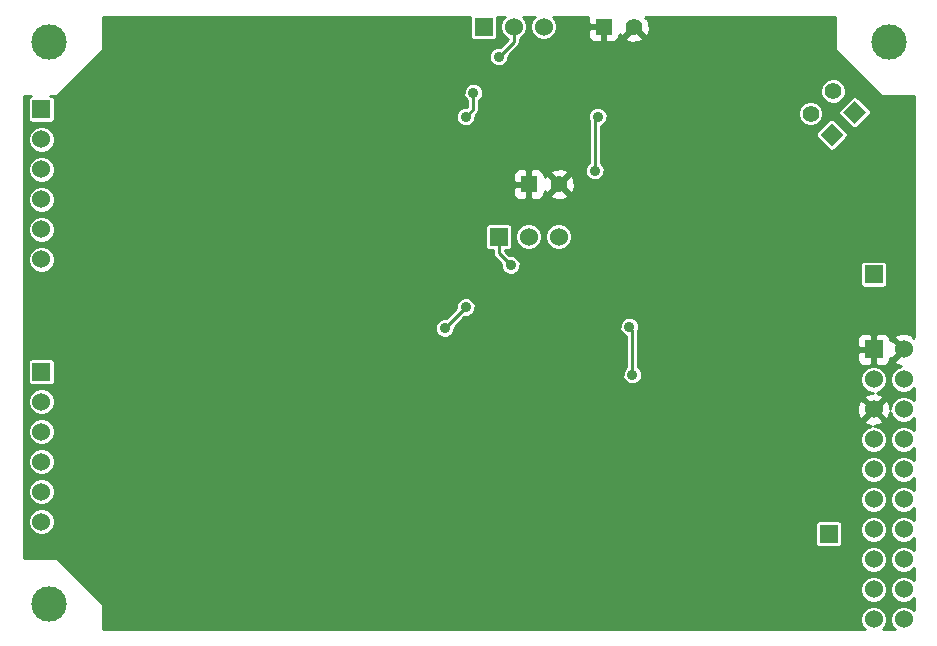
<source format=gbl>
G04 (created by PCBNEW (2013-07-07 BZR 4022)-stable) date 08/12/2013 20:44:26*
%MOIN*%
G04 Gerber Fmt 3.4, Leading zero omitted, Abs format*
%FSLAX34Y34*%
G01*
G70*
G90*
G04 APERTURE LIST*
%ADD10C,0.00590551*%
%ADD11C,0.11811*%
%ADD12R,0.06X0.06*%
%ADD13C,0.06*%
%ADD14R,0.055X0.055*%
%ADD15C,0.055*%
%ADD16C,0.035*%
%ADD17C,0.01*%
G04 APERTURE END LIST*
G54D10*
G54D11*
X36500Y-66750D03*
X64500Y-48000D03*
X36500Y-48000D03*
G54D12*
X64000Y-58250D03*
G54D13*
X65000Y-58250D03*
X64000Y-59250D03*
X65000Y-59250D03*
X64000Y-60250D03*
X65000Y-60250D03*
X64000Y-61250D03*
X65000Y-61250D03*
X64000Y-62250D03*
X65000Y-62250D03*
X64000Y-63250D03*
X65000Y-63250D03*
X64000Y-64250D03*
X65000Y-64250D03*
X64000Y-65250D03*
X65000Y-65250D03*
X64000Y-66250D03*
X65000Y-66250D03*
X64000Y-67250D03*
X65000Y-67250D03*
G54D12*
X51500Y-54500D03*
G54D13*
X52500Y-54500D03*
X53500Y-54500D03*
G54D12*
X36250Y-50250D03*
G54D13*
X36250Y-51250D03*
X36250Y-52250D03*
X36250Y-53250D03*
X36250Y-54250D03*
X36250Y-55250D03*
G54D12*
X62500Y-64400D03*
X64000Y-55750D03*
X36250Y-59000D03*
G54D13*
X36250Y-60000D03*
X36250Y-61000D03*
X36250Y-62000D03*
X36250Y-63000D03*
X36250Y-64000D03*
G54D14*
X52500Y-52750D03*
G54D15*
X53500Y-52750D03*
G54D14*
X55000Y-47500D03*
G54D15*
X56000Y-47500D03*
G54D12*
X51000Y-47500D03*
G54D13*
X52000Y-47500D03*
X53000Y-47500D03*
G54D10*
G36*
X63742Y-50353D02*
X63353Y-50742D01*
X62964Y-50353D01*
X63353Y-49964D01*
X63742Y-50353D01*
X63742Y-50353D01*
G37*
G54D15*
X62646Y-49646D03*
G54D10*
G36*
X62992Y-51103D02*
X62603Y-51492D01*
X62214Y-51103D01*
X62603Y-50714D01*
X62992Y-51103D01*
X62992Y-51103D01*
G37*
G54D15*
X61896Y-50396D03*
G54D16*
X61428Y-65768D03*
X60500Y-67000D03*
X44700Y-53350D03*
X47250Y-51550D03*
X55250Y-52500D03*
X58750Y-50800D03*
X61350Y-49500D03*
X58350Y-47500D03*
X49700Y-49950D03*
X44700Y-49900D03*
X47200Y-48050D03*
X38300Y-50450D03*
X40150Y-47650D03*
X42850Y-49500D03*
X51500Y-51500D03*
X50350Y-62900D03*
X43100Y-63500D03*
X54000Y-64072D03*
X43599Y-56443D03*
X42522Y-66563D03*
X58250Y-54263D03*
X51500Y-58477D03*
X49750Y-56727D03*
X38823Y-57861D03*
X47250Y-61773D03*
X49750Y-52314D03*
X60750Y-52074D03*
X37572Y-53399D03*
X58250Y-57517D03*
X60750Y-62070D03*
X40187Y-64611D03*
X37574Y-65616D03*
X43233Y-60068D03*
X44019Y-66560D03*
X47250Y-58521D03*
X49750Y-60225D03*
X50812Y-64139D03*
X58250Y-63774D03*
X58250Y-60766D03*
X60750Y-59978D03*
X38250Y-58523D03*
X39500Y-54941D03*
X39782Y-51433D03*
X60864Y-56737D03*
X53750Y-50835D03*
X39500Y-60515D03*
X42766Y-52936D03*
X44022Y-63312D03*
X37573Y-62264D03*
X53610Y-57821D03*
X37564Y-55633D03*
X47250Y-55023D03*
X47250Y-65273D03*
X49750Y-66726D03*
X51500Y-48500D03*
X54700Y-52300D03*
X54800Y-50500D03*
X50400Y-56850D03*
X49700Y-57550D03*
X50650Y-49700D03*
X50400Y-50500D03*
X51900Y-55450D03*
X55950Y-59100D03*
X55850Y-57500D03*
G54D17*
X61428Y-65768D02*
X61428Y-66071D01*
X61428Y-66071D02*
X60500Y-67000D01*
X44700Y-49900D02*
X44700Y-49850D01*
X52000Y-47500D02*
X52000Y-48000D01*
X52000Y-48000D02*
X51500Y-48500D01*
X54700Y-50600D02*
X54700Y-52300D01*
X54800Y-50500D02*
X54700Y-50600D01*
X49700Y-57550D02*
X50400Y-56850D01*
X50650Y-50250D02*
X50650Y-49700D01*
X50400Y-50500D02*
X50650Y-50250D01*
X51500Y-54500D02*
X51500Y-55050D01*
X51500Y-55050D02*
X51900Y-55450D01*
X55950Y-57600D02*
X55950Y-59100D01*
X55850Y-57500D02*
X55950Y-57600D01*
G54D10*
G36*
X65330Y-66943D02*
X65255Y-66868D01*
X65089Y-66800D01*
X64910Y-66799D01*
X64745Y-66868D01*
X64618Y-66994D01*
X64550Y-67160D01*
X64549Y-67339D01*
X64618Y-67504D01*
X64693Y-67580D01*
X64306Y-67580D01*
X64381Y-67505D01*
X64449Y-67339D01*
X64450Y-67160D01*
X64450Y-66160D01*
X64450Y-65160D01*
X64450Y-64160D01*
X64450Y-63160D01*
X64450Y-62160D01*
X64450Y-61160D01*
X64381Y-60995D01*
X64255Y-60868D01*
X64089Y-60800D01*
X64013Y-60800D01*
X64136Y-60793D01*
X64287Y-60731D01*
X64315Y-60635D01*
X64000Y-60320D01*
X63929Y-60391D01*
X63929Y-60250D01*
X63614Y-59934D01*
X63518Y-59962D01*
X63445Y-60168D01*
X63456Y-60386D01*
X63518Y-60537D01*
X63614Y-60565D01*
X63929Y-60250D01*
X63929Y-60391D01*
X63684Y-60635D01*
X63712Y-60731D01*
X63907Y-60801D01*
X63745Y-60868D01*
X63618Y-60994D01*
X63550Y-61160D01*
X63549Y-61339D01*
X63618Y-61504D01*
X63744Y-61631D01*
X63910Y-61699D01*
X64089Y-61700D01*
X64254Y-61631D01*
X64381Y-61505D01*
X64449Y-61339D01*
X64450Y-61160D01*
X64450Y-62160D01*
X64381Y-61995D01*
X64255Y-61868D01*
X64089Y-61800D01*
X63910Y-61799D01*
X63745Y-61868D01*
X63618Y-61994D01*
X63550Y-62160D01*
X63549Y-62339D01*
X63618Y-62504D01*
X63744Y-62631D01*
X63910Y-62699D01*
X64089Y-62700D01*
X64254Y-62631D01*
X64381Y-62505D01*
X64449Y-62339D01*
X64450Y-62160D01*
X64450Y-63160D01*
X64381Y-62995D01*
X64255Y-62868D01*
X64089Y-62800D01*
X63910Y-62799D01*
X63745Y-62868D01*
X63618Y-62994D01*
X63550Y-63160D01*
X63549Y-63339D01*
X63618Y-63504D01*
X63744Y-63631D01*
X63910Y-63699D01*
X64089Y-63700D01*
X64254Y-63631D01*
X64381Y-63505D01*
X64449Y-63339D01*
X64450Y-63160D01*
X64450Y-64160D01*
X64381Y-63995D01*
X64255Y-63868D01*
X64089Y-63800D01*
X63910Y-63799D01*
X63745Y-63868D01*
X63618Y-63994D01*
X63550Y-64160D01*
X63549Y-64339D01*
X63618Y-64504D01*
X63744Y-64631D01*
X63910Y-64699D01*
X64089Y-64700D01*
X64254Y-64631D01*
X64381Y-64505D01*
X64449Y-64339D01*
X64450Y-64160D01*
X64450Y-65160D01*
X64381Y-64995D01*
X64255Y-64868D01*
X64089Y-64800D01*
X63910Y-64799D01*
X63745Y-64868D01*
X63618Y-64994D01*
X63550Y-65160D01*
X63549Y-65339D01*
X63618Y-65504D01*
X63744Y-65631D01*
X63910Y-65699D01*
X64089Y-65700D01*
X64254Y-65631D01*
X64381Y-65505D01*
X64449Y-65339D01*
X64450Y-65160D01*
X64450Y-66160D01*
X64381Y-65995D01*
X64255Y-65868D01*
X64089Y-65800D01*
X63910Y-65799D01*
X63745Y-65868D01*
X63618Y-65994D01*
X63550Y-66160D01*
X63549Y-66339D01*
X63618Y-66504D01*
X63744Y-66631D01*
X63910Y-66699D01*
X64089Y-66700D01*
X64254Y-66631D01*
X64381Y-66505D01*
X64449Y-66339D01*
X64450Y-66160D01*
X64450Y-67160D01*
X64381Y-66995D01*
X64255Y-66868D01*
X64089Y-66800D01*
X63910Y-66799D01*
X63745Y-66868D01*
X63618Y-66994D01*
X63550Y-67160D01*
X63549Y-67339D01*
X63618Y-67504D01*
X63693Y-67580D01*
X63142Y-67580D01*
X63142Y-51073D01*
X63119Y-51018D01*
X63077Y-50976D01*
X62688Y-50587D01*
X62633Y-50564D01*
X62573Y-50564D01*
X62518Y-50587D01*
X62476Y-50629D01*
X62321Y-50784D01*
X62321Y-50312D01*
X62256Y-50156D01*
X62137Y-50036D01*
X61981Y-49971D01*
X61812Y-49971D01*
X61656Y-50035D01*
X61536Y-50155D01*
X61471Y-50311D01*
X61471Y-50480D01*
X61535Y-50636D01*
X61655Y-50756D01*
X61811Y-50821D01*
X61980Y-50821D01*
X62136Y-50756D01*
X62256Y-50637D01*
X62321Y-50481D01*
X62321Y-50312D01*
X62321Y-50784D01*
X62087Y-51018D01*
X62064Y-51073D01*
X62064Y-51133D01*
X62087Y-51188D01*
X62129Y-51230D01*
X62518Y-51619D01*
X62573Y-51642D01*
X62633Y-51642D01*
X62688Y-51619D01*
X62730Y-51577D01*
X63119Y-51188D01*
X63142Y-51133D01*
X63142Y-51073D01*
X63142Y-67580D01*
X62950Y-67580D01*
X62950Y-64670D01*
X62950Y-64070D01*
X62927Y-64015D01*
X62885Y-63972D01*
X62829Y-63950D01*
X62770Y-63949D01*
X62170Y-63949D01*
X62115Y-63972D01*
X62072Y-64014D01*
X62050Y-64070D01*
X62049Y-64129D01*
X62049Y-64729D01*
X62072Y-64784D01*
X62114Y-64827D01*
X62170Y-64849D01*
X62229Y-64850D01*
X62829Y-64850D01*
X62884Y-64827D01*
X62927Y-64785D01*
X62949Y-64729D01*
X62950Y-64670D01*
X62950Y-67580D01*
X56529Y-67580D01*
X56297Y-67580D01*
X56297Y-47867D01*
X56000Y-47570D01*
X55702Y-47867D01*
X55727Y-47960D01*
X55924Y-48029D01*
X56132Y-48018D01*
X56272Y-47960D01*
X56297Y-47867D01*
X56297Y-67580D01*
X56275Y-67580D01*
X56275Y-59035D01*
X56225Y-58916D01*
X56150Y-58840D01*
X56150Y-57625D01*
X56174Y-57564D01*
X56175Y-57435D01*
X56125Y-57316D01*
X56034Y-57224D01*
X55914Y-57175D01*
X55785Y-57174D01*
X55666Y-57224D01*
X55574Y-57315D01*
X55525Y-57435D01*
X55524Y-57564D01*
X55574Y-57683D01*
X55665Y-57775D01*
X55750Y-57810D01*
X55750Y-58840D01*
X55674Y-58915D01*
X55625Y-59035D01*
X55624Y-59164D01*
X55674Y-59283D01*
X55765Y-59375D01*
X55885Y-59424D01*
X56014Y-59425D01*
X56133Y-59375D01*
X56225Y-59284D01*
X56274Y-59164D01*
X56275Y-59035D01*
X56275Y-67580D01*
X55125Y-67580D01*
X55125Y-50435D01*
X55075Y-50316D01*
X54984Y-50224D01*
X54950Y-50210D01*
X54950Y-47962D01*
X54950Y-47550D01*
X54537Y-47550D01*
X54475Y-47612D01*
X54474Y-47725D01*
X54475Y-47824D01*
X54513Y-47916D01*
X54583Y-47987D01*
X54675Y-48025D01*
X54887Y-48025D01*
X54950Y-47962D01*
X54950Y-50210D01*
X54864Y-50175D01*
X54735Y-50174D01*
X54616Y-50224D01*
X54524Y-50315D01*
X54475Y-50435D01*
X54474Y-50564D01*
X54500Y-50625D01*
X54500Y-52040D01*
X54424Y-52115D01*
X54375Y-52235D01*
X54374Y-52364D01*
X54424Y-52483D01*
X54515Y-52575D01*
X54635Y-52624D01*
X54764Y-52625D01*
X54883Y-52575D01*
X54975Y-52484D01*
X55024Y-52364D01*
X55025Y-52235D01*
X54975Y-52116D01*
X54900Y-52040D01*
X54900Y-50810D01*
X54983Y-50775D01*
X55075Y-50684D01*
X55124Y-50564D01*
X55125Y-50435D01*
X55125Y-67580D01*
X54029Y-67580D01*
X54029Y-52825D01*
X54018Y-52617D01*
X53960Y-52477D01*
X53867Y-52452D01*
X53797Y-52523D01*
X53797Y-52382D01*
X53772Y-52289D01*
X53575Y-52220D01*
X53367Y-52231D01*
X53227Y-52289D01*
X53202Y-52382D01*
X53500Y-52679D01*
X53797Y-52382D01*
X53797Y-52523D01*
X53570Y-52750D01*
X53867Y-53047D01*
X53960Y-53022D01*
X54029Y-52825D01*
X54029Y-67580D01*
X53950Y-67580D01*
X53950Y-54410D01*
X53881Y-54245D01*
X53797Y-54160D01*
X53797Y-53117D01*
X53500Y-52820D01*
X53429Y-52891D01*
X53429Y-52750D01*
X53132Y-52452D01*
X53039Y-52477D01*
X53025Y-52518D01*
X53024Y-52425D01*
X52986Y-52333D01*
X52916Y-52262D01*
X52824Y-52224D01*
X52612Y-52225D01*
X52550Y-52287D01*
X52550Y-52700D01*
X52557Y-52700D01*
X52557Y-52800D01*
X52550Y-52800D01*
X52550Y-53212D01*
X52612Y-53275D01*
X52824Y-53275D01*
X52916Y-53237D01*
X52986Y-53166D01*
X53024Y-53074D01*
X53025Y-52987D01*
X53039Y-53022D01*
X53132Y-53047D01*
X53429Y-52750D01*
X53429Y-52891D01*
X53202Y-53117D01*
X53227Y-53210D01*
X53424Y-53279D01*
X53632Y-53268D01*
X53772Y-53210D01*
X53797Y-53117D01*
X53797Y-54160D01*
X53755Y-54118D01*
X53589Y-54050D01*
X53410Y-54049D01*
X53245Y-54118D01*
X53118Y-54244D01*
X53050Y-54410D01*
X53049Y-54589D01*
X53118Y-54754D01*
X53244Y-54881D01*
X53410Y-54949D01*
X53589Y-54950D01*
X53754Y-54881D01*
X53881Y-54755D01*
X53949Y-54589D01*
X53950Y-54410D01*
X53950Y-67580D01*
X52950Y-67580D01*
X52950Y-54410D01*
X52881Y-54245D01*
X52755Y-54118D01*
X52589Y-54050D01*
X52450Y-54049D01*
X52450Y-53212D01*
X52450Y-52800D01*
X52450Y-52700D01*
X52450Y-52287D01*
X52387Y-52225D01*
X52175Y-52224D01*
X52083Y-52262D01*
X52013Y-52333D01*
X51975Y-52425D01*
X51974Y-52524D01*
X51975Y-52637D01*
X52037Y-52700D01*
X52450Y-52700D01*
X52450Y-52800D01*
X52037Y-52800D01*
X51975Y-52862D01*
X51974Y-52975D01*
X51975Y-53074D01*
X52013Y-53166D01*
X52083Y-53237D01*
X52175Y-53275D01*
X52387Y-53275D01*
X52450Y-53212D01*
X52450Y-54049D01*
X52410Y-54049D01*
X52245Y-54118D01*
X52118Y-54244D01*
X52050Y-54410D01*
X52049Y-54589D01*
X52118Y-54754D01*
X52244Y-54881D01*
X52410Y-54949D01*
X52589Y-54950D01*
X52754Y-54881D01*
X52881Y-54755D01*
X52949Y-54589D01*
X52950Y-54410D01*
X52950Y-67580D01*
X52225Y-67580D01*
X52225Y-55385D01*
X52175Y-55266D01*
X52084Y-55174D01*
X51964Y-55125D01*
X51857Y-55124D01*
X51700Y-54967D01*
X51700Y-54950D01*
X51829Y-54950D01*
X51884Y-54927D01*
X51927Y-54885D01*
X51949Y-54829D01*
X51950Y-54770D01*
X51950Y-54170D01*
X51927Y-54115D01*
X51885Y-54072D01*
X51829Y-54050D01*
X51770Y-54049D01*
X51170Y-54049D01*
X51115Y-54072D01*
X51072Y-54114D01*
X51050Y-54170D01*
X51049Y-54229D01*
X51049Y-54829D01*
X51072Y-54884D01*
X51114Y-54927D01*
X51170Y-54949D01*
X51229Y-54950D01*
X51300Y-54950D01*
X51300Y-55050D01*
X51315Y-55126D01*
X51358Y-55191D01*
X51575Y-55407D01*
X51574Y-55514D01*
X51624Y-55633D01*
X51715Y-55725D01*
X51835Y-55774D01*
X51964Y-55775D01*
X52083Y-55725D01*
X52175Y-55634D01*
X52224Y-55514D01*
X52225Y-55385D01*
X52225Y-67580D01*
X50975Y-67580D01*
X50975Y-49635D01*
X50925Y-49516D01*
X50834Y-49424D01*
X50714Y-49375D01*
X50585Y-49374D01*
X50466Y-49424D01*
X50374Y-49515D01*
X50325Y-49635D01*
X50324Y-49764D01*
X50374Y-49883D01*
X50450Y-49959D01*
X50450Y-50167D01*
X50442Y-50175D01*
X50335Y-50174D01*
X50216Y-50224D01*
X50124Y-50315D01*
X50075Y-50435D01*
X50074Y-50564D01*
X50124Y-50683D01*
X50215Y-50775D01*
X50335Y-50824D01*
X50464Y-50825D01*
X50583Y-50775D01*
X50675Y-50684D01*
X50724Y-50564D01*
X50725Y-50457D01*
X50791Y-50391D01*
X50791Y-50391D01*
X50820Y-50348D01*
X50834Y-50326D01*
X50834Y-50326D01*
X50849Y-50250D01*
X50850Y-50250D01*
X50850Y-49959D01*
X50925Y-49884D01*
X50974Y-49764D01*
X50975Y-49635D01*
X50975Y-67580D01*
X50725Y-67580D01*
X50725Y-56785D01*
X50675Y-56666D01*
X50584Y-56574D01*
X50464Y-56525D01*
X50335Y-56524D01*
X50216Y-56574D01*
X50124Y-56665D01*
X50075Y-56785D01*
X50074Y-56892D01*
X49742Y-57225D01*
X49635Y-57224D01*
X49516Y-57274D01*
X49424Y-57365D01*
X49375Y-57485D01*
X49374Y-57614D01*
X49424Y-57733D01*
X49515Y-57825D01*
X49635Y-57874D01*
X49764Y-57875D01*
X49883Y-57825D01*
X49975Y-57734D01*
X50024Y-57614D01*
X50025Y-57507D01*
X50357Y-57174D01*
X50464Y-57175D01*
X50583Y-57125D01*
X50675Y-57034D01*
X50724Y-56914D01*
X50725Y-56785D01*
X50725Y-67580D01*
X38300Y-67580D01*
X38300Y-66729D01*
X36770Y-65200D01*
X36700Y-65200D01*
X36700Y-63910D01*
X36700Y-62910D01*
X36700Y-61910D01*
X36700Y-60910D01*
X36700Y-59910D01*
X36700Y-55160D01*
X36700Y-54160D01*
X36700Y-53160D01*
X36700Y-52160D01*
X36700Y-51160D01*
X36631Y-50995D01*
X36505Y-50868D01*
X36339Y-50800D01*
X36160Y-50799D01*
X35995Y-50868D01*
X35868Y-50994D01*
X35800Y-51160D01*
X35799Y-51339D01*
X35868Y-51504D01*
X35994Y-51631D01*
X36160Y-51699D01*
X36339Y-51700D01*
X36504Y-51631D01*
X36631Y-51505D01*
X36699Y-51339D01*
X36700Y-51160D01*
X36700Y-52160D01*
X36631Y-51995D01*
X36505Y-51868D01*
X36339Y-51800D01*
X36160Y-51799D01*
X35995Y-51868D01*
X35868Y-51994D01*
X35800Y-52160D01*
X35799Y-52339D01*
X35868Y-52504D01*
X35994Y-52631D01*
X36160Y-52699D01*
X36339Y-52700D01*
X36504Y-52631D01*
X36631Y-52505D01*
X36699Y-52339D01*
X36700Y-52160D01*
X36700Y-53160D01*
X36631Y-52995D01*
X36505Y-52868D01*
X36339Y-52800D01*
X36160Y-52799D01*
X35995Y-52868D01*
X35868Y-52994D01*
X35800Y-53160D01*
X35799Y-53339D01*
X35868Y-53504D01*
X35994Y-53631D01*
X36160Y-53699D01*
X36339Y-53700D01*
X36504Y-53631D01*
X36631Y-53505D01*
X36699Y-53339D01*
X36700Y-53160D01*
X36700Y-54160D01*
X36631Y-53995D01*
X36505Y-53868D01*
X36339Y-53800D01*
X36160Y-53799D01*
X35995Y-53868D01*
X35868Y-53994D01*
X35800Y-54160D01*
X35799Y-54339D01*
X35868Y-54504D01*
X35994Y-54631D01*
X36160Y-54699D01*
X36339Y-54700D01*
X36504Y-54631D01*
X36631Y-54505D01*
X36699Y-54339D01*
X36700Y-54160D01*
X36700Y-55160D01*
X36631Y-54995D01*
X36505Y-54868D01*
X36339Y-54800D01*
X36160Y-54799D01*
X35995Y-54868D01*
X35868Y-54994D01*
X35800Y-55160D01*
X35799Y-55339D01*
X35868Y-55504D01*
X35994Y-55631D01*
X36160Y-55699D01*
X36339Y-55700D01*
X36504Y-55631D01*
X36631Y-55505D01*
X36699Y-55339D01*
X36700Y-55160D01*
X36700Y-59910D01*
X36700Y-59910D01*
X36700Y-59270D01*
X36700Y-58670D01*
X36677Y-58615D01*
X36635Y-58572D01*
X36579Y-58550D01*
X36520Y-58549D01*
X35920Y-58549D01*
X35865Y-58572D01*
X35822Y-58614D01*
X35800Y-58670D01*
X35799Y-58729D01*
X35799Y-59329D01*
X35822Y-59384D01*
X35864Y-59427D01*
X35920Y-59449D01*
X35979Y-59450D01*
X36579Y-59450D01*
X36634Y-59427D01*
X36677Y-59385D01*
X36699Y-59329D01*
X36700Y-59270D01*
X36700Y-59910D01*
X36631Y-59745D01*
X36505Y-59618D01*
X36339Y-59550D01*
X36160Y-59549D01*
X35995Y-59618D01*
X35868Y-59744D01*
X35800Y-59910D01*
X35799Y-60089D01*
X35868Y-60254D01*
X35994Y-60381D01*
X36160Y-60449D01*
X36339Y-60450D01*
X36504Y-60381D01*
X36631Y-60255D01*
X36699Y-60089D01*
X36700Y-59910D01*
X36700Y-60910D01*
X36631Y-60745D01*
X36505Y-60618D01*
X36339Y-60550D01*
X36160Y-60549D01*
X35995Y-60618D01*
X35868Y-60744D01*
X35800Y-60910D01*
X35799Y-61089D01*
X35868Y-61254D01*
X35994Y-61381D01*
X36160Y-61449D01*
X36339Y-61450D01*
X36504Y-61381D01*
X36631Y-61255D01*
X36699Y-61089D01*
X36700Y-60910D01*
X36700Y-61910D01*
X36631Y-61745D01*
X36505Y-61618D01*
X36339Y-61550D01*
X36160Y-61549D01*
X35995Y-61618D01*
X35868Y-61744D01*
X35800Y-61910D01*
X35799Y-62089D01*
X35868Y-62254D01*
X35994Y-62381D01*
X36160Y-62449D01*
X36339Y-62450D01*
X36504Y-62381D01*
X36631Y-62255D01*
X36699Y-62089D01*
X36700Y-61910D01*
X36700Y-62910D01*
X36631Y-62745D01*
X36505Y-62618D01*
X36339Y-62550D01*
X36160Y-62549D01*
X35995Y-62618D01*
X35868Y-62744D01*
X35800Y-62910D01*
X35799Y-63089D01*
X35868Y-63254D01*
X35994Y-63381D01*
X36160Y-63449D01*
X36339Y-63450D01*
X36504Y-63381D01*
X36631Y-63255D01*
X36699Y-63089D01*
X36700Y-62910D01*
X36700Y-63910D01*
X36631Y-63745D01*
X36505Y-63618D01*
X36339Y-63550D01*
X36160Y-63549D01*
X35995Y-63618D01*
X35868Y-63744D01*
X35800Y-63910D01*
X35799Y-64089D01*
X35868Y-64254D01*
X35994Y-64381D01*
X36160Y-64449D01*
X36339Y-64450D01*
X36504Y-64381D01*
X36631Y-64255D01*
X36699Y-64089D01*
X36700Y-63910D01*
X36700Y-65200D01*
X35669Y-65200D01*
X35669Y-49800D01*
X35920Y-49800D01*
X35865Y-49822D01*
X35822Y-49864D01*
X35800Y-49920D01*
X35799Y-49979D01*
X35799Y-50579D01*
X35822Y-50634D01*
X35864Y-50677D01*
X35920Y-50699D01*
X35979Y-50700D01*
X36579Y-50700D01*
X36634Y-50677D01*
X36677Y-50635D01*
X36699Y-50579D01*
X36700Y-50520D01*
X36700Y-49920D01*
X36677Y-49865D01*
X36635Y-49822D01*
X36579Y-49800D01*
X36550Y-49800D01*
X36770Y-49800D01*
X38300Y-48270D01*
X38300Y-47169D01*
X50550Y-47169D01*
X50550Y-47170D01*
X50549Y-47229D01*
X50549Y-47829D01*
X50572Y-47884D01*
X50614Y-47927D01*
X50670Y-47949D01*
X50729Y-47950D01*
X51329Y-47950D01*
X51384Y-47927D01*
X51427Y-47885D01*
X51449Y-47829D01*
X51450Y-47770D01*
X51450Y-47170D01*
X51449Y-47169D01*
X51693Y-47169D01*
X51618Y-47244D01*
X51550Y-47410D01*
X51549Y-47589D01*
X51618Y-47754D01*
X51744Y-47881D01*
X51800Y-47904D01*
X51800Y-47917D01*
X51542Y-48175D01*
X51435Y-48174D01*
X51316Y-48224D01*
X51224Y-48315D01*
X51175Y-48435D01*
X51174Y-48564D01*
X51224Y-48683D01*
X51315Y-48775D01*
X51435Y-48824D01*
X51564Y-48825D01*
X51683Y-48775D01*
X51775Y-48684D01*
X51824Y-48564D01*
X51825Y-48457D01*
X52141Y-48141D01*
X52184Y-48076D01*
X52184Y-48076D01*
X52187Y-48063D01*
X52199Y-48000D01*
X52200Y-48000D01*
X52200Y-47904D01*
X52254Y-47881D01*
X52381Y-47755D01*
X52449Y-47589D01*
X52450Y-47410D01*
X52381Y-47245D01*
X52306Y-47169D01*
X52693Y-47169D01*
X52618Y-47244D01*
X52550Y-47410D01*
X52549Y-47589D01*
X52618Y-47754D01*
X52744Y-47881D01*
X52910Y-47949D01*
X53089Y-47950D01*
X53254Y-47881D01*
X53381Y-47755D01*
X53449Y-47589D01*
X53450Y-47410D01*
X53381Y-47245D01*
X53306Y-47169D01*
X54477Y-47169D01*
X54475Y-47175D01*
X54474Y-47274D01*
X54475Y-47387D01*
X54537Y-47450D01*
X54950Y-47450D01*
X54950Y-47442D01*
X55050Y-47442D01*
X55050Y-47450D01*
X55057Y-47450D01*
X55057Y-47550D01*
X55050Y-47550D01*
X55050Y-47962D01*
X55112Y-48025D01*
X55324Y-48025D01*
X55416Y-47987D01*
X55486Y-47916D01*
X55524Y-47824D01*
X55525Y-47737D01*
X55539Y-47772D01*
X55632Y-47797D01*
X55929Y-47500D01*
X55923Y-47494D01*
X55994Y-47423D01*
X56000Y-47429D01*
X56005Y-47423D01*
X56076Y-47494D01*
X56070Y-47500D01*
X56367Y-47797D01*
X56460Y-47772D01*
X56529Y-47575D01*
X56518Y-47367D01*
X56460Y-47227D01*
X56367Y-47202D01*
X56401Y-47169D01*
X62700Y-47169D01*
X62700Y-48270D01*
X64229Y-49800D01*
X65330Y-49800D01*
X65330Y-57848D01*
X65315Y-57864D01*
X65287Y-57768D01*
X65081Y-57695D01*
X64863Y-57706D01*
X64712Y-57768D01*
X64684Y-57864D01*
X65000Y-58179D01*
X65005Y-58173D01*
X65076Y-58244D01*
X65070Y-58250D01*
X65076Y-58255D01*
X65005Y-58326D01*
X65000Y-58320D01*
X64929Y-58391D01*
X64929Y-58250D01*
X64614Y-57934D01*
X64550Y-57953D01*
X64550Y-57900D01*
X64512Y-57808D01*
X64450Y-57746D01*
X64450Y-56020D01*
X64450Y-55420D01*
X64427Y-55365D01*
X64385Y-55322D01*
X64329Y-55300D01*
X64270Y-55299D01*
X63892Y-55299D01*
X63892Y-50323D01*
X63869Y-50268D01*
X63827Y-50226D01*
X63438Y-49837D01*
X63383Y-49814D01*
X63323Y-49814D01*
X63268Y-49837D01*
X63226Y-49879D01*
X63071Y-50034D01*
X63071Y-49562D01*
X63006Y-49406D01*
X62887Y-49286D01*
X62731Y-49221D01*
X62562Y-49221D01*
X62406Y-49285D01*
X62286Y-49405D01*
X62221Y-49561D01*
X62221Y-49730D01*
X62285Y-49886D01*
X62405Y-50006D01*
X62561Y-50071D01*
X62730Y-50071D01*
X62886Y-50006D01*
X63006Y-49887D01*
X63071Y-49731D01*
X63071Y-49562D01*
X63071Y-50034D01*
X62837Y-50268D01*
X62814Y-50323D01*
X62814Y-50383D01*
X62837Y-50438D01*
X62879Y-50480D01*
X63268Y-50869D01*
X63323Y-50892D01*
X63383Y-50892D01*
X63438Y-50869D01*
X63480Y-50827D01*
X63869Y-50438D01*
X63892Y-50383D01*
X63892Y-50323D01*
X63892Y-55299D01*
X63670Y-55299D01*
X63615Y-55322D01*
X63572Y-55364D01*
X63550Y-55420D01*
X63549Y-55479D01*
X63549Y-56079D01*
X63572Y-56134D01*
X63614Y-56177D01*
X63670Y-56199D01*
X63729Y-56200D01*
X64329Y-56200D01*
X64384Y-56177D01*
X64427Y-56135D01*
X64449Y-56079D01*
X64450Y-56020D01*
X64450Y-57746D01*
X64441Y-57738D01*
X64349Y-57700D01*
X64250Y-57699D01*
X64112Y-57700D01*
X64050Y-57762D01*
X64050Y-58200D01*
X64057Y-58200D01*
X64057Y-58300D01*
X64050Y-58300D01*
X64050Y-58737D01*
X64112Y-58800D01*
X64250Y-58800D01*
X64349Y-58799D01*
X64441Y-58761D01*
X64512Y-58691D01*
X64550Y-58599D01*
X64550Y-58546D01*
X64614Y-58565D01*
X64929Y-58250D01*
X64929Y-58391D01*
X64684Y-58635D01*
X64712Y-58731D01*
X64907Y-58801D01*
X64745Y-58868D01*
X64618Y-58994D01*
X64550Y-59160D01*
X64549Y-59339D01*
X64618Y-59504D01*
X64744Y-59631D01*
X64910Y-59699D01*
X65089Y-59700D01*
X65254Y-59631D01*
X65330Y-59556D01*
X65330Y-59943D01*
X65255Y-59868D01*
X65089Y-59800D01*
X64910Y-59799D01*
X64745Y-59868D01*
X64618Y-59994D01*
X64550Y-60160D01*
X64550Y-60236D01*
X64543Y-60113D01*
X64481Y-59962D01*
X64450Y-59953D01*
X64450Y-59160D01*
X64381Y-58995D01*
X64255Y-58868D01*
X64089Y-58800D01*
X63950Y-58799D01*
X63950Y-58737D01*
X63950Y-58300D01*
X63950Y-58200D01*
X63950Y-57762D01*
X63887Y-57700D01*
X63749Y-57699D01*
X63650Y-57700D01*
X63558Y-57738D01*
X63487Y-57808D01*
X63449Y-57900D01*
X63450Y-58137D01*
X63512Y-58200D01*
X63950Y-58200D01*
X63950Y-58300D01*
X63512Y-58300D01*
X63450Y-58362D01*
X63449Y-58599D01*
X63487Y-58691D01*
X63558Y-58761D01*
X63650Y-58799D01*
X63749Y-58800D01*
X63887Y-58800D01*
X63950Y-58737D01*
X63950Y-58799D01*
X63910Y-58799D01*
X63745Y-58868D01*
X63618Y-58994D01*
X63550Y-59160D01*
X63549Y-59339D01*
X63618Y-59504D01*
X63744Y-59631D01*
X63910Y-59699D01*
X63986Y-59699D01*
X63863Y-59706D01*
X63712Y-59768D01*
X63684Y-59864D01*
X64000Y-60179D01*
X64315Y-59864D01*
X64287Y-59768D01*
X64092Y-59698D01*
X64254Y-59631D01*
X64381Y-59505D01*
X64449Y-59339D01*
X64450Y-59160D01*
X64450Y-59953D01*
X64385Y-59934D01*
X64070Y-60250D01*
X64385Y-60565D01*
X64481Y-60537D01*
X64551Y-60342D01*
X64618Y-60504D01*
X64744Y-60631D01*
X64910Y-60699D01*
X65089Y-60700D01*
X65254Y-60631D01*
X65330Y-60556D01*
X65330Y-60943D01*
X65255Y-60868D01*
X65089Y-60800D01*
X64910Y-60799D01*
X64745Y-60868D01*
X64618Y-60994D01*
X64550Y-61160D01*
X64549Y-61339D01*
X64618Y-61504D01*
X64744Y-61631D01*
X64910Y-61699D01*
X65089Y-61700D01*
X65254Y-61631D01*
X65330Y-61556D01*
X65330Y-61943D01*
X65255Y-61868D01*
X65089Y-61800D01*
X64910Y-61799D01*
X64745Y-61868D01*
X64618Y-61994D01*
X64550Y-62160D01*
X64549Y-62339D01*
X64618Y-62504D01*
X64744Y-62631D01*
X64910Y-62699D01*
X65089Y-62700D01*
X65254Y-62631D01*
X65330Y-62556D01*
X65330Y-62943D01*
X65255Y-62868D01*
X65089Y-62800D01*
X64910Y-62799D01*
X64745Y-62868D01*
X64618Y-62994D01*
X64550Y-63160D01*
X64549Y-63339D01*
X64618Y-63504D01*
X64744Y-63631D01*
X64910Y-63699D01*
X65089Y-63700D01*
X65254Y-63631D01*
X65330Y-63556D01*
X65330Y-63943D01*
X65255Y-63868D01*
X65089Y-63800D01*
X64910Y-63799D01*
X64745Y-63868D01*
X64618Y-63994D01*
X64550Y-64160D01*
X64549Y-64339D01*
X64618Y-64504D01*
X64744Y-64631D01*
X64910Y-64699D01*
X65089Y-64700D01*
X65254Y-64631D01*
X65330Y-64556D01*
X65330Y-64943D01*
X65255Y-64868D01*
X65089Y-64800D01*
X64910Y-64799D01*
X64745Y-64868D01*
X64618Y-64994D01*
X64550Y-65160D01*
X64549Y-65339D01*
X64618Y-65504D01*
X64744Y-65631D01*
X64910Y-65699D01*
X65089Y-65700D01*
X65254Y-65631D01*
X65330Y-65556D01*
X65330Y-65943D01*
X65255Y-65868D01*
X65089Y-65800D01*
X64910Y-65799D01*
X64745Y-65868D01*
X64618Y-65994D01*
X64550Y-66160D01*
X64549Y-66339D01*
X64618Y-66504D01*
X64744Y-66631D01*
X64910Y-66699D01*
X65089Y-66700D01*
X65254Y-66631D01*
X65330Y-66556D01*
X65330Y-66943D01*
X65330Y-66943D01*
G37*
G54D17*
X65330Y-66943D02*
X65255Y-66868D01*
X65089Y-66800D01*
X64910Y-66799D01*
X64745Y-66868D01*
X64618Y-66994D01*
X64550Y-67160D01*
X64549Y-67339D01*
X64618Y-67504D01*
X64693Y-67580D01*
X64306Y-67580D01*
X64381Y-67505D01*
X64449Y-67339D01*
X64450Y-67160D01*
X64450Y-66160D01*
X64450Y-65160D01*
X64450Y-64160D01*
X64450Y-63160D01*
X64450Y-62160D01*
X64450Y-61160D01*
X64381Y-60995D01*
X64255Y-60868D01*
X64089Y-60800D01*
X64013Y-60800D01*
X64136Y-60793D01*
X64287Y-60731D01*
X64315Y-60635D01*
X64000Y-60320D01*
X63929Y-60391D01*
X63929Y-60250D01*
X63614Y-59934D01*
X63518Y-59962D01*
X63445Y-60168D01*
X63456Y-60386D01*
X63518Y-60537D01*
X63614Y-60565D01*
X63929Y-60250D01*
X63929Y-60391D01*
X63684Y-60635D01*
X63712Y-60731D01*
X63907Y-60801D01*
X63745Y-60868D01*
X63618Y-60994D01*
X63550Y-61160D01*
X63549Y-61339D01*
X63618Y-61504D01*
X63744Y-61631D01*
X63910Y-61699D01*
X64089Y-61700D01*
X64254Y-61631D01*
X64381Y-61505D01*
X64449Y-61339D01*
X64450Y-61160D01*
X64450Y-62160D01*
X64381Y-61995D01*
X64255Y-61868D01*
X64089Y-61800D01*
X63910Y-61799D01*
X63745Y-61868D01*
X63618Y-61994D01*
X63550Y-62160D01*
X63549Y-62339D01*
X63618Y-62504D01*
X63744Y-62631D01*
X63910Y-62699D01*
X64089Y-62700D01*
X64254Y-62631D01*
X64381Y-62505D01*
X64449Y-62339D01*
X64450Y-62160D01*
X64450Y-63160D01*
X64381Y-62995D01*
X64255Y-62868D01*
X64089Y-62800D01*
X63910Y-62799D01*
X63745Y-62868D01*
X63618Y-62994D01*
X63550Y-63160D01*
X63549Y-63339D01*
X63618Y-63504D01*
X63744Y-63631D01*
X63910Y-63699D01*
X64089Y-63700D01*
X64254Y-63631D01*
X64381Y-63505D01*
X64449Y-63339D01*
X64450Y-63160D01*
X64450Y-64160D01*
X64381Y-63995D01*
X64255Y-63868D01*
X64089Y-63800D01*
X63910Y-63799D01*
X63745Y-63868D01*
X63618Y-63994D01*
X63550Y-64160D01*
X63549Y-64339D01*
X63618Y-64504D01*
X63744Y-64631D01*
X63910Y-64699D01*
X64089Y-64700D01*
X64254Y-64631D01*
X64381Y-64505D01*
X64449Y-64339D01*
X64450Y-64160D01*
X64450Y-65160D01*
X64381Y-64995D01*
X64255Y-64868D01*
X64089Y-64800D01*
X63910Y-64799D01*
X63745Y-64868D01*
X63618Y-64994D01*
X63550Y-65160D01*
X63549Y-65339D01*
X63618Y-65504D01*
X63744Y-65631D01*
X63910Y-65699D01*
X64089Y-65700D01*
X64254Y-65631D01*
X64381Y-65505D01*
X64449Y-65339D01*
X64450Y-65160D01*
X64450Y-66160D01*
X64381Y-65995D01*
X64255Y-65868D01*
X64089Y-65800D01*
X63910Y-65799D01*
X63745Y-65868D01*
X63618Y-65994D01*
X63550Y-66160D01*
X63549Y-66339D01*
X63618Y-66504D01*
X63744Y-66631D01*
X63910Y-66699D01*
X64089Y-66700D01*
X64254Y-66631D01*
X64381Y-66505D01*
X64449Y-66339D01*
X64450Y-66160D01*
X64450Y-67160D01*
X64381Y-66995D01*
X64255Y-66868D01*
X64089Y-66800D01*
X63910Y-66799D01*
X63745Y-66868D01*
X63618Y-66994D01*
X63550Y-67160D01*
X63549Y-67339D01*
X63618Y-67504D01*
X63693Y-67580D01*
X63142Y-67580D01*
X63142Y-51073D01*
X63119Y-51018D01*
X63077Y-50976D01*
X62688Y-50587D01*
X62633Y-50564D01*
X62573Y-50564D01*
X62518Y-50587D01*
X62476Y-50629D01*
X62321Y-50784D01*
X62321Y-50312D01*
X62256Y-50156D01*
X62137Y-50036D01*
X61981Y-49971D01*
X61812Y-49971D01*
X61656Y-50035D01*
X61536Y-50155D01*
X61471Y-50311D01*
X61471Y-50480D01*
X61535Y-50636D01*
X61655Y-50756D01*
X61811Y-50821D01*
X61980Y-50821D01*
X62136Y-50756D01*
X62256Y-50637D01*
X62321Y-50481D01*
X62321Y-50312D01*
X62321Y-50784D01*
X62087Y-51018D01*
X62064Y-51073D01*
X62064Y-51133D01*
X62087Y-51188D01*
X62129Y-51230D01*
X62518Y-51619D01*
X62573Y-51642D01*
X62633Y-51642D01*
X62688Y-51619D01*
X62730Y-51577D01*
X63119Y-51188D01*
X63142Y-51133D01*
X63142Y-51073D01*
X63142Y-67580D01*
X62950Y-67580D01*
X62950Y-64670D01*
X62950Y-64070D01*
X62927Y-64015D01*
X62885Y-63972D01*
X62829Y-63950D01*
X62770Y-63949D01*
X62170Y-63949D01*
X62115Y-63972D01*
X62072Y-64014D01*
X62050Y-64070D01*
X62049Y-64129D01*
X62049Y-64729D01*
X62072Y-64784D01*
X62114Y-64827D01*
X62170Y-64849D01*
X62229Y-64850D01*
X62829Y-64850D01*
X62884Y-64827D01*
X62927Y-64785D01*
X62949Y-64729D01*
X62950Y-64670D01*
X62950Y-67580D01*
X56529Y-67580D01*
X56297Y-67580D01*
X56297Y-47867D01*
X56000Y-47570D01*
X55702Y-47867D01*
X55727Y-47960D01*
X55924Y-48029D01*
X56132Y-48018D01*
X56272Y-47960D01*
X56297Y-47867D01*
X56297Y-67580D01*
X56275Y-67580D01*
X56275Y-59035D01*
X56225Y-58916D01*
X56150Y-58840D01*
X56150Y-57625D01*
X56174Y-57564D01*
X56175Y-57435D01*
X56125Y-57316D01*
X56034Y-57224D01*
X55914Y-57175D01*
X55785Y-57174D01*
X55666Y-57224D01*
X55574Y-57315D01*
X55525Y-57435D01*
X55524Y-57564D01*
X55574Y-57683D01*
X55665Y-57775D01*
X55750Y-57810D01*
X55750Y-58840D01*
X55674Y-58915D01*
X55625Y-59035D01*
X55624Y-59164D01*
X55674Y-59283D01*
X55765Y-59375D01*
X55885Y-59424D01*
X56014Y-59425D01*
X56133Y-59375D01*
X56225Y-59284D01*
X56274Y-59164D01*
X56275Y-59035D01*
X56275Y-67580D01*
X55125Y-67580D01*
X55125Y-50435D01*
X55075Y-50316D01*
X54984Y-50224D01*
X54950Y-50210D01*
X54950Y-47962D01*
X54950Y-47550D01*
X54537Y-47550D01*
X54475Y-47612D01*
X54474Y-47725D01*
X54475Y-47824D01*
X54513Y-47916D01*
X54583Y-47987D01*
X54675Y-48025D01*
X54887Y-48025D01*
X54950Y-47962D01*
X54950Y-50210D01*
X54864Y-50175D01*
X54735Y-50174D01*
X54616Y-50224D01*
X54524Y-50315D01*
X54475Y-50435D01*
X54474Y-50564D01*
X54500Y-50625D01*
X54500Y-52040D01*
X54424Y-52115D01*
X54375Y-52235D01*
X54374Y-52364D01*
X54424Y-52483D01*
X54515Y-52575D01*
X54635Y-52624D01*
X54764Y-52625D01*
X54883Y-52575D01*
X54975Y-52484D01*
X55024Y-52364D01*
X55025Y-52235D01*
X54975Y-52116D01*
X54900Y-52040D01*
X54900Y-50810D01*
X54983Y-50775D01*
X55075Y-50684D01*
X55124Y-50564D01*
X55125Y-50435D01*
X55125Y-67580D01*
X54029Y-67580D01*
X54029Y-52825D01*
X54018Y-52617D01*
X53960Y-52477D01*
X53867Y-52452D01*
X53797Y-52523D01*
X53797Y-52382D01*
X53772Y-52289D01*
X53575Y-52220D01*
X53367Y-52231D01*
X53227Y-52289D01*
X53202Y-52382D01*
X53500Y-52679D01*
X53797Y-52382D01*
X53797Y-52523D01*
X53570Y-52750D01*
X53867Y-53047D01*
X53960Y-53022D01*
X54029Y-52825D01*
X54029Y-67580D01*
X53950Y-67580D01*
X53950Y-54410D01*
X53881Y-54245D01*
X53797Y-54160D01*
X53797Y-53117D01*
X53500Y-52820D01*
X53429Y-52891D01*
X53429Y-52750D01*
X53132Y-52452D01*
X53039Y-52477D01*
X53025Y-52518D01*
X53024Y-52425D01*
X52986Y-52333D01*
X52916Y-52262D01*
X52824Y-52224D01*
X52612Y-52225D01*
X52550Y-52287D01*
X52550Y-52700D01*
X52557Y-52700D01*
X52557Y-52800D01*
X52550Y-52800D01*
X52550Y-53212D01*
X52612Y-53275D01*
X52824Y-53275D01*
X52916Y-53237D01*
X52986Y-53166D01*
X53024Y-53074D01*
X53025Y-52987D01*
X53039Y-53022D01*
X53132Y-53047D01*
X53429Y-52750D01*
X53429Y-52891D01*
X53202Y-53117D01*
X53227Y-53210D01*
X53424Y-53279D01*
X53632Y-53268D01*
X53772Y-53210D01*
X53797Y-53117D01*
X53797Y-54160D01*
X53755Y-54118D01*
X53589Y-54050D01*
X53410Y-54049D01*
X53245Y-54118D01*
X53118Y-54244D01*
X53050Y-54410D01*
X53049Y-54589D01*
X53118Y-54754D01*
X53244Y-54881D01*
X53410Y-54949D01*
X53589Y-54950D01*
X53754Y-54881D01*
X53881Y-54755D01*
X53949Y-54589D01*
X53950Y-54410D01*
X53950Y-67580D01*
X52950Y-67580D01*
X52950Y-54410D01*
X52881Y-54245D01*
X52755Y-54118D01*
X52589Y-54050D01*
X52450Y-54049D01*
X52450Y-53212D01*
X52450Y-52800D01*
X52450Y-52700D01*
X52450Y-52287D01*
X52387Y-52225D01*
X52175Y-52224D01*
X52083Y-52262D01*
X52013Y-52333D01*
X51975Y-52425D01*
X51974Y-52524D01*
X51975Y-52637D01*
X52037Y-52700D01*
X52450Y-52700D01*
X52450Y-52800D01*
X52037Y-52800D01*
X51975Y-52862D01*
X51974Y-52975D01*
X51975Y-53074D01*
X52013Y-53166D01*
X52083Y-53237D01*
X52175Y-53275D01*
X52387Y-53275D01*
X52450Y-53212D01*
X52450Y-54049D01*
X52410Y-54049D01*
X52245Y-54118D01*
X52118Y-54244D01*
X52050Y-54410D01*
X52049Y-54589D01*
X52118Y-54754D01*
X52244Y-54881D01*
X52410Y-54949D01*
X52589Y-54950D01*
X52754Y-54881D01*
X52881Y-54755D01*
X52949Y-54589D01*
X52950Y-54410D01*
X52950Y-67580D01*
X52225Y-67580D01*
X52225Y-55385D01*
X52175Y-55266D01*
X52084Y-55174D01*
X51964Y-55125D01*
X51857Y-55124D01*
X51700Y-54967D01*
X51700Y-54950D01*
X51829Y-54950D01*
X51884Y-54927D01*
X51927Y-54885D01*
X51949Y-54829D01*
X51950Y-54770D01*
X51950Y-54170D01*
X51927Y-54115D01*
X51885Y-54072D01*
X51829Y-54050D01*
X51770Y-54049D01*
X51170Y-54049D01*
X51115Y-54072D01*
X51072Y-54114D01*
X51050Y-54170D01*
X51049Y-54229D01*
X51049Y-54829D01*
X51072Y-54884D01*
X51114Y-54927D01*
X51170Y-54949D01*
X51229Y-54950D01*
X51300Y-54950D01*
X51300Y-55050D01*
X51315Y-55126D01*
X51358Y-55191D01*
X51575Y-55407D01*
X51574Y-55514D01*
X51624Y-55633D01*
X51715Y-55725D01*
X51835Y-55774D01*
X51964Y-55775D01*
X52083Y-55725D01*
X52175Y-55634D01*
X52224Y-55514D01*
X52225Y-55385D01*
X52225Y-67580D01*
X50975Y-67580D01*
X50975Y-49635D01*
X50925Y-49516D01*
X50834Y-49424D01*
X50714Y-49375D01*
X50585Y-49374D01*
X50466Y-49424D01*
X50374Y-49515D01*
X50325Y-49635D01*
X50324Y-49764D01*
X50374Y-49883D01*
X50450Y-49959D01*
X50450Y-50167D01*
X50442Y-50175D01*
X50335Y-50174D01*
X50216Y-50224D01*
X50124Y-50315D01*
X50075Y-50435D01*
X50074Y-50564D01*
X50124Y-50683D01*
X50215Y-50775D01*
X50335Y-50824D01*
X50464Y-50825D01*
X50583Y-50775D01*
X50675Y-50684D01*
X50724Y-50564D01*
X50725Y-50457D01*
X50791Y-50391D01*
X50791Y-50391D01*
X50820Y-50348D01*
X50834Y-50326D01*
X50834Y-50326D01*
X50849Y-50250D01*
X50850Y-50250D01*
X50850Y-49959D01*
X50925Y-49884D01*
X50974Y-49764D01*
X50975Y-49635D01*
X50975Y-67580D01*
X50725Y-67580D01*
X50725Y-56785D01*
X50675Y-56666D01*
X50584Y-56574D01*
X50464Y-56525D01*
X50335Y-56524D01*
X50216Y-56574D01*
X50124Y-56665D01*
X50075Y-56785D01*
X50074Y-56892D01*
X49742Y-57225D01*
X49635Y-57224D01*
X49516Y-57274D01*
X49424Y-57365D01*
X49375Y-57485D01*
X49374Y-57614D01*
X49424Y-57733D01*
X49515Y-57825D01*
X49635Y-57874D01*
X49764Y-57875D01*
X49883Y-57825D01*
X49975Y-57734D01*
X50024Y-57614D01*
X50025Y-57507D01*
X50357Y-57174D01*
X50464Y-57175D01*
X50583Y-57125D01*
X50675Y-57034D01*
X50724Y-56914D01*
X50725Y-56785D01*
X50725Y-67580D01*
X38300Y-67580D01*
X38300Y-66729D01*
X36770Y-65200D01*
X36700Y-65200D01*
X36700Y-63910D01*
X36700Y-62910D01*
X36700Y-61910D01*
X36700Y-60910D01*
X36700Y-59910D01*
X36700Y-55160D01*
X36700Y-54160D01*
X36700Y-53160D01*
X36700Y-52160D01*
X36700Y-51160D01*
X36631Y-50995D01*
X36505Y-50868D01*
X36339Y-50800D01*
X36160Y-50799D01*
X35995Y-50868D01*
X35868Y-50994D01*
X35800Y-51160D01*
X35799Y-51339D01*
X35868Y-51504D01*
X35994Y-51631D01*
X36160Y-51699D01*
X36339Y-51700D01*
X36504Y-51631D01*
X36631Y-51505D01*
X36699Y-51339D01*
X36700Y-51160D01*
X36700Y-52160D01*
X36631Y-51995D01*
X36505Y-51868D01*
X36339Y-51800D01*
X36160Y-51799D01*
X35995Y-51868D01*
X35868Y-51994D01*
X35800Y-52160D01*
X35799Y-52339D01*
X35868Y-52504D01*
X35994Y-52631D01*
X36160Y-52699D01*
X36339Y-52700D01*
X36504Y-52631D01*
X36631Y-52505D01*
X36699Y-52339D01*
X36700Y-52160D01*
X36700Y-53160D01*
X36631Y-52995D01*
X36505Y-52868D01*
X36339Y-52800D01*
X36160Y-52799D01*
X35995Y-52868D01*
X35868Y-52994D01*
X35800Y-53160D01*
X35799Y-53339D01*
X35868Y-53504D01*
X35994Y-53631D01*
X36160Y-53699D01*
X36339Y-53700D01*
X36504Y-53631D01*
X36631Y-53505D01*
X36699Y-53339D01*
X36700Y-53160D01*
X36700Y-54160D01*
X36631Y-53995D01*
X36505Y-53868D01*
X36339Y-53800D01*
X36160Y-53799D01*
X35995Y-53868D01*
X35868Y-53994D01*
X35800Y-54160D01*
X35799Y-54339D01*
X35868Y-54504D01*
X35994Y-54631D01*
X36160Y-54699D01*
X36339Y-54700D01*
X36504Y-54631D01*
X36631Y-54505D01*
X36699Y-54339D01*
X36700Y-54160D01*
X36700Y-55160D01*
X36631Y-54995D01*
X36505Y-54868D01*
X36339Y-54800D01*
X36160Y-54799D01*
X35995Y-54868D01*
X35868Y-54994D01*
X35800Y-55160D01*
X35799Y-55339D01*
X35868Y-55504D01*
X35994Y-55631D01*
X36160Y-55699D01*
X36339Y-55700D01*
X36504Y-55631D01*
X36631Y-55505D01*
X36699Y-55339D01*
X36700Y-55160D01*
X36700Y-59910D01*
X36700Y-59910D01*
X36700Y-59270D01*
X36700Y-58670D01*
X36677Y-58615D01*
X36635Y-58572D01*
X36579Y-58550D01*
X36520Y-58549D01*
X35920Y-58549D01*
X35865Y-58572D01*
X35822Y-58614D01*
X35800Y-58670D01*
X35799Y-58729D01*
X35799Y-59329D01*
X35822Y-59384D01*
X35864Y-59427D01*
X35920Y-59449D01*
X35979Y-59450D01*
X36579Y-59450D01*
X36634Y-59427D01*
X36677Y-59385D01*
X36699Y-59329D01*
X36700Y-59270D01*
X36700Y-59910D01*
X36631Y-59745D01*
X36505Y-59618D01*
X36339Y-59550D01*
X36160Y-59549D01*
X35995Y-59618D01*
X35868Y-59744D01*
X35800Y-59910D01*
X35799Y-60089D01*
X35868Y-60254D01*
X35994Y-60381D01*
X36160Y-60449D01*
X36339Y-60450D01*
X36504Y-60381D01*
X36631Y-60255D01*
X36699Y-60089D01*
X36700Y-59910D01*
X36700Y-60910D01*
X36631Y-60745D01*
X36505Y-60618D01*
X36339Y-60550D01*
X36160Y-60549D01*
X35995Y-60618D01*
X35868Y-60744D01*
X35800Y-60910D01*
X35799Y-61089D01*
X35868Y-61254D01*
X35994Y-61381D01*
X36160Y-61449D01*
X36339Y-61450D01*
X36504Y-61381D01*
X36631Y-61255D01*
X36699Y-61089D01*
X36700Y-60910D01*
X36700Y-61910D01*
X36631Y-61745D01*
X36505Y-61618D01*
X36339Y-61550D01*
X36160Y-61549D01*
X35995Y-61618D01*
X35868Y-61744D01*
X35800Y-61910D01*
X35799Y-62089D01*
X35868Y-62254D01*
X35994Y-62381D01*
X36160Y-62449D01*
X36339Y-62450D01*
X36504Y-62381D01*
X36631Y-62255D01*
X36699Y-62089D01*
X36700Y-61910D01*
X36700Y-62910D01*
X36631Y-62745D01*
X36505Y-62618D01*
X36339Y-62550D01*
X36160Y-62549D01*
X35995Y-62618D01*
X35868Y-62744D01*
X35800Y-62910D01*
X35799Y-63089D01*
X35868Y-63254D01*
X35994Y-63381D01*
X36160Y-63449D01*
X36339Y-63450D01*
X36504Y-63381D01*
X36631Y-63255D01*
X36699Y-63089D01*
X36700Y-62910D01*
X36700Y-63910D01*
X36631Y-63745D01*
X36505Y-63618D01*
X36339Y-63550D01*
X36160Y-63549D01*
X35995Y-63618D01*
X35868Y-63744D01*
X35800Y-63910D01*
X35799Y-64089D01*
X35868Y-64254D01*
X35994Y-64381D01*
X36160Y-64449D01*
X36339Y-64450D01*
X36504Y-64381D01*
X36631Y-64255D01*
X36699Y-64089D01*
X36700Y-63910D01*
X36700Y-65200D01*
X35669Y-65200D01*
X35669Y-49800D01*
X35920Y-49800D01*
X35865Y-49822D01*
X35822Y-49864D01*
X35800Y-49920D01*
X35799Y-49979D01*
X35799Y-50579D01*
X35822Y-50634D01*
X35864Y-50677D01*
X35920Y-50699D01*
X35979Y-50700D01*
X36579Y-50700D01*
X36634Y-50677D01*
X36677Y-50635D01*
X36699Y-50579D01*
X36700Y-50520D01*
X36700Y-49920D01*
X36677Y-49865D01*
X36635Y-49822D01*
X36579Y-49800D01*
X36550Y-49800D01*
X36770Y-49800D01*
X38300Y-48270D01*
X38300Y-47169D01*
X50550Y-47169D01*
X50550Y-47170D01*
X50549Y-47229D01*
X50549Y-47829D01*
X50572Y-47884D01*
X50614Y-47927D01*
X50670Y-47949D01*
X50729Y-47950D01*
X51329Y-47950D01*
X51384Y-47927D01*
X51427Y-47885D01*
X51449Y-47829D01*
X51450Y-47770D01*
X51450Y-47170D01*
X51449Y-47169D01*
X51693Y-47169D01*
X51618Y-47244D01*
X51550Y-47410D01*
X51549Y-47589D01*
X51618Y-47754D01*
X51744Y-47881D01*
X51800Y-47904D01*
X51800Y-47917D01*
X51542Y-48175D01*
X51435Y-48174D01*
X51316Y-48224D01*
X51224Y-48315D01*
X51175Y-48435D01*
X51174Y-48564D01*
X51224Y-48683D01*
X51315Y-48775D01*
X51435Y-48824D01*
X51564Y-48825D01*
X51683Y-48775D01*
X51775Y-48684D01*
X51824Y-48564D01*
X51825Y-48457D01*
X52141Y-48141D01*
X52184Y-48076D01*
X52184Y-48076D01*
X52187Y-48063D01*
X52199Y-48000D01*
X52200Y-48000D01*
X52200Y-47904D01*
X52254Y-47881D01*
X52381Y-47755D01*
X52449Y-47589D01*
X52450Y-47410D01*
X52381Y-47245D01*
X52306Y-47169D01*
X52693Y-47169D01*
X52618Y-47244D01*
X52550Y-47410D01*
X52549Y-47589D01*
X52618Y-47754D01*
X52744Y-47881D01*
X52910Y-47949D01*
X53089Y-47950D01*
X53254Y-47881D01*
X53381Y-47755D01*
X53449Y-47589D01*
X53450Y-47410D01*
X53381Y-47245D01*
X53306Y-47169D01*
X54477Y-47169D01*
X54475Y-47175D01*
X54474Y-47274D01*
X54475Y-47387D01*
X54537Y-47450D01*
X54950Y-47450D01*
X54950Y-47442D01*
X55050Y-47442D01*
X55050Y-47450D01*
X55057Y-47450D01*
X55057Y-47550D01*
X55050Y-47550D01*
X55050Y-47962D01*
X55112Y-48025D01*
X55324Y-48025D01*
X55416Y-47987D01*
X55486Y-47916D01*
X55524Y-47824D01*
X55525Y-47737D01*
X55539Y-47772D01*
X55632Y-47797D01*
X55929Y-47500D01*
X55923Y-47494D01*
X55994Y-47423D01*
X56000Y-47429D01*
X56005Y-47423D01*
X56076Y-47494D01*
X56070Y-47500D01*
X56367Y-47797D01*
X56460Y-47772D01*
X56529Y-47575D01*
X56518Y-47367D01*
X56460Y-47227D01*
X56367Y-47202D01*
X56401Y-47169D01*
X62700Y-47169D01*
X62700Y-48270D01*
X64229Y-49800D01*
X65330Y-49800D01*
X65330Y-57848D01*
X65315Y-57864D01*
X65287Y-57768D01*
X65081Y-57695D01*
X64863Y-57706D01*
X64712Y-57768D01*
X64684Y-57864D01*
X65000Y-58179D01*
X65005Y-58173D01*
X65076Y-58244D01*
X65070Y-58250D01*
X65076Y-58255D01*
X65005Y-58326D01*
X65000Y-58320D01*
X64929Y-58391D01*
X64929Y-58250D01*
X64614Y-57934D01*
X64550Y-57953D01*
X64550Y-57900D01*
X64512Y-57808D01*
X64450Y-57746D01*
X64450Y-56020D01*
X64450Y-55420D01*
X64427Y-55365D01*
X64385Y-55322D01*
X64329Y-55300D01*
X64270Y-55299D01*
X63892Y-55299D01*
X63892Y-50323D01*
X63869Y-50268D01*
X63827Y-50226D01*
X63438Y-49837D01*
X63383Y-49814D01*
X63323Y-49814D01*
X63268Y-49837D01*
X63226Y-49879D01*
X63071Y-50034D01*
X63071Y-49562D01*
X63006Y-49406D01*
X62887Y-49286D01*
X62731Y-49221D01*
X62562Y-49221D01*
X62406Y-49285D01*
X62286Y-49405D01*
X62221Y-49561D01*
X62221Y-49730D01*
X62285Y-49886D01*
X62405Y-50006D01*
X62561Y-50071D01*
X62730Y-50071D01*
X62886Y-50006D01*
X63006Y-49887D01*
X63071Y-49731D01*
X63071Y-49562D01*
X63071Y-50034D01*
X62837Y-50268D01*
X62814Y-50323D01*
X62814Y-50383D01*
X62837Y-50438D01*
X62879Y-50480D01*
X63268Y-50869D01*
X63323Y-50892D01*
X63383Y-50892D01*
X63438Y-50869D01*
X63480Y-50827D01*
X63869Y-50438D01*
X63892Y-50383D01*
X63892Y-50323D01*
X63892Y-55299D01*
X63670Y-55299D01*
X63615Y-55322D01*
X63572Y-55364D01*
X63550Y-55420D01*
X63549Y-55479D01*
X63549Y-56079D01*
X63572Y-56134D01*
X63614Y-56177D01*
X63670Y-56199D01*
X63729Y-56200D01*
X64329Y-56200D01*
X64384Y-56177D01*
X64427Y-56135D01*
X64449Y-56079D01*
X64450Y-56020D01*
X64450Y-57746D01*
X64441Y-57738D01*
X64349Y-57700D01*
X64250Y-57699D01*
X64112Y-57700D01*
X64050Y-57762D01*
X64050Y-58200D01*
X64057Y-58200D01*
X64057Y-58300D01*
X64050Y-58300D01*
X64050Y-58737D01*
X64112Y-58800D01*
X64250Y-58800D01*
X64349Y-58799D01*
X64441Y-58761D01*
X64512Y-58691D01*
X64550Y-58599D01*
X64550Y-58546D01*
X64614Y-58565D01*
X64929Y-58250D01*
X64929Y-58391D01*
X64684Y-58635D01*
X64712Y-58731D01*
X64907Y-58801D01*
X64745Y-58868D01*
X64618Y-58994D01*
X64550Y-59160D01*
X64549Y-59339D01*
X64618Y-59504D01*
X64744Y-59631D01*
X64910Y-59699D01*
X65089Y-59700D01*
X65254Y-59631D01*
X65330Y-59556D01*
X65330Y-59943D01*
X65255Y-59868D01*
X65089Y-59800D01*
X64910Y-59799D01*
X64745Y-59868D01*
X64618Y-59994D01*
X64550Y-60160D01*
X64550Y-60236D01*
X64543Y-60113D01*
X64481Y-59962D01*
X64450Y-59953D01*
X64450Y-59160D01*
X64381Y-58995D01*
X64255Y-58868D01*
X64089Y-58800D01*
X63950Y-58799D01*
X63950Y-58737D01*
X63950Y-58300D01*
X63950Y-58200D01*
X63950Y-57762D01*
X63887Y-57700D01*
X63749Y-57699D01*
X63650Y-57700D01*
X63558Y-57738D01*
X63487Y-57808D01*
X63449Y-57900D01*
X63450Y-58137D01*
X63512Y-58200D01*
X63950Y-58200D01*
X63950Y-58300D01*
X63512Y-58300D01*
X63450Y-58362D01*
X63449Y-58599D01*
X63487Y-58691D01*
X63558Y-58761D01*
X63650Y-58799D01*
X63749Y-58800D01*
X63887Y-58800D01*
X63950Y-58737D01*
X63950Y-58799D01*
X63910Y-58799D01*
X63745Y-58868D01*
X63618Y-58994D01*
X63550Y-59160D01*
X63549Y-59339D01*
X63618Y-59504D01*
X63744Y-59631D01*
X63910Y-59699D01*
X63986Y-59699D01*
X63863Y-59706D01*
X63712Y-59768D01*
X63684Y-59864D01*
X64000Y-60179D01*
X64315Y-59864D01*
X64287Y-59768D01*
X64092Y-59698D01*
X64254Y-59631D01*
X64381Y-59505D01*
X64449Y-59339D01*
X64450Y-59160D01*
X64450Y-59953D01*
X64385Y-59934D01*
X64070Y-60250D01*
X64385Y-60565D01*
X64481Y-60537D01*
X64551Y-60342D01*
X64618Y-60504D01*
X64744Y-60631D01*
X64910Y-60699D01*
X65089Y-60700D01*
X65254Y-60631D01*
X65330Y-60556D01*
X65330Y-60943D01*
X65255Y-60868D01*
X65089Y-60800D01*
X64910Y-60799D01*
X64745Y-60868D01*
X64618Y-60994D01*
X64550Y-61160D01*
X64549Y-61339D01*
X64618Y-61504D01*
X64744Y-61631D01*
X64910Y-61699D01*
X65089Y-61700D01*
X65254Y-61631D01*
X65330Y-61556D01*
X65330Y-61943D01*
X65255Y-61868D01*
X65089Y-61800D01*
X64910Y-61799D01*
X64745Y-61868D01*
X64618Y-61994D01*
X64550Y-62160D01*
X64549Y-62339D01*
X64618Y-62504D01*
X64744Y-62631D01*
X64910Y-62699D01*
X65089Y-62700D01*
X65254Y-62631D01*
X65330Y-62556D01*
X65330Y-62943D01*
X65255Y-62868D01*
X65089Y-62800D01*
X64910Y-62799D01*
X64745Y-62868D01*
X64618Y-62994D01*
X64550Y-63160D01*
X64549Y-63339D01*
X64618Y-63504D01*
X64744Y-63631D01*
X64910Y-63699D01*
X65089Y-63700D01*
X65254Y-63631D01*
X65330Y-63556D01*
X65330Y-63943D01*
X65255Y-63868D01*
X65089Y-63800D01*
X64910Y-63799D01*
X64745Y-63868D01*
X64618Y-63994D01*
X64550Y-64160D01*
X64549Y-64339D01*
X64618Y-64504D01*
X64744Y-64631D01*
X64910Y-64699D01*
X65089Y-64700D01*
X65254Y-64631D01*
X65330Y-64556D01*
X65330Y-64943D01*
X65255Y-64868D01*
X65089Y-64800D01*
X64910Y-64799D01*
X64745Y-64868D01*
X64618Y-64994D01*
X64550Y-65160D01*
X64549Y-65339D01*
X64618Y-65504D01*
X64744Y-65631D01*
X64910Y-65699D01*
X65089Y-65700D01*
X65254Y-65631D01*
X65330Y-65556D01*
X65330Y-65943D01*
X65255Y-65868D01*
X65089Y-65800D01*
X64910Y-65799D01*
X64745Y-65868D01*
X64618Y-65994D01*
X64550Y-66160D01*
X64549Y-66339D01*
X64618Y-66504D01*
X64744Y-66631D01*
X64910Y-66699D01*
X65089Y-66700D01*
X65254Y-66631D01*
X65330Y-66556D01*
X65330Y-66943D01*
M02*

</source>
